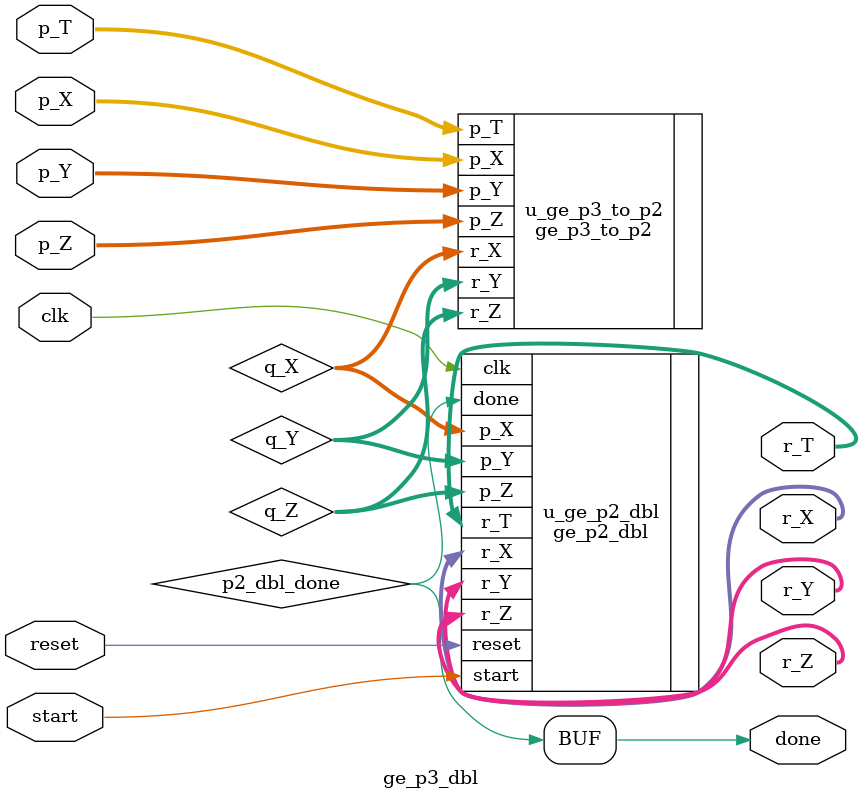
<source format=sv>
module ge_p3_dbl(
    input  clk,
    input  reset,
    input  start,
    output done,
    // Input ge_p3 point
    input  signed [319:0] p_X,
    input  signed [319:0] p_Y,
    input  signed [319:0] p_Z,
    input  signed [319:0] p_T,
    // Output ge_p1p1 point
    output signed [319:0] r_X,
    output signed [319:0] r_Y,
    output signed [319:0] r_Z,
    output signed [319:0] r_T
);

  // Internal wire to hold the intermediate ge_p2 point.
  wire [319:0] q_X, q_Y, q_Z;
  
  // Internal signals for sequential control
  wire p2_dbl_done;

  // Convert ge_p3 to ge_p2 (assuming this remains combinational).
  ge_p3_to_p2 u_ge_p3_to_p2 (
      .p_X(p_X),
      .p_Y(p_Y),
      .p_Z(p_Z),
      .p_T(p_T),
      .r_X(q_X),
      .r_Y(q_Y),
      .r_Z(q_Z)
  );

  // Double the ge_p2 point to obtain a ge_p1p1 result (now sequential).
  ge_p2_dbl u_ge_p2_dbl (
      .clk(clk),
      .reset(reset),
      .start(start),
      .done(p2_dbl_done),
      .p_X(q_X),
      .p_Y(q_Y),
      .p_Z(q_Z),
      .r_X(r_X),
      .r_Y(r_Y),
      .r_Z(r_Z),
      .r_T(r_T)
  );

  // The top module is done when the ge_p2_dbl operation is complete
  assign done = p2_dbl_done;

endmodule
</source>
